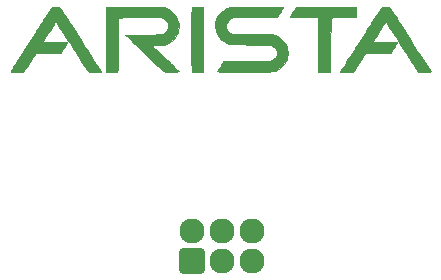
<source format=gbr>
%TF.GenerationSoftware,KiCad,Pcbnew,(6.0.7)*%
%TF.CreationDate,2022-09-05T18:23:19-05:00*%
%TF.ProjectId,Arista-TGS,41726973-7461-42d5-9447-532e6b696361,rev?*%
%TF.SameCoordinates,Original*%
%TF.FileFunction,Soldermask,Top*%
%TF.FilePolarity,Negative*%
%FSLAX46Y46*%
G04 Gerber Fmt 4.6, Leading zero omitted, Abs format (unit mm)*
G04 Created by KiCad (PCBNEW (6.0.7)) date 2022-09-05 18:23:19*
%MOMM*%
%LPD*%
G01*
G04 APERTURE LIST*
G04 Aperture macros list*
%AMRoundRect*
0 Rectangle with rounded corners*
0 $1 Rounding radius*
0 $2 $3 $4 $5 $6 $7 $8 $9 X,Y pos of 4 corners*
0 Add a 4 corners polygon primitive as box body*
4,1,4,$2,$3,$4,$5,$6,$7,$8,$9,$2,$3,0*
0 Add four circle primitives for the rounded corners*
1,1,$1+$1,$2,$3*
1,1,$1+$1,$4,$5*
1,1,$1+$1,$6,$7*
1,1,$1+$1,$8,$9*
0 Add four rect primitives between the rounded corners*
20,1,$1+$1,$2,$3,$4,$5,0*
20,1,$1+$1,$4,$5,$6,$7,0*
20,1,$1+$1,$6,$7,$8,$9,0*
20,1,$1+$1,$8,$9,$2,$3,0*%
G04 Aperture macros list end*
%ADD10C,0.010000*%
%ADD11O,2.127200X2.127200*%
%ADD12RoundRect,0.200000X-0.863600X0.863600X-0.863600X-0.863600X0.863600X-0.863600X0.863600X0.863600X0*%
%ADD13C,2.127200*%
G04 APERTURE END LIST*
%TO.C,G\u002A\u002A\u002A*%
G36*
X146154025Y-91683749D02*
G01*
X146525195Y-91684928D01*
X146856457Y-91686070D01*
X147150235Y-91687220D01*
X147408954Y-91688421D01*
X147635039Y-91689718D01*
X147830913Y-91691155D01*
X147999003Y-91692775D01*
X148141733Y-91694622D01*
X148261528Y-91696741D01*
X148360811Y-91699176D01*
X148442009Y-91701970D01*
X148507545Y-91705167D01*
X148559845Y-91708812D01*
X148601333Y-91712949D01*
X148634434Y-91717620D01*
X148661573Y-91722872D01*
X148685174Y-91728746D01*
X148688734Y-91729733D01*
X148946950Y-91822396D01*
X149179607Y-91947280D01*
X149384717Y-92102103D01*
X149560291Y-92284584D01*
X149704342Y-92492442D01*
X149814880Y-92723396D01*
X149889919Y-92975164D01*
X149917634Y-93139825D01*
X149929029Y-93400625D01*
X149900271Y-93653006D01*
X149833228Y-93893690D01*
X149729768Y-94119396D01*
X149591757Y-94326847D01*
X149421064Y-94512763D01*
X149219556Y-94673865D01*
X148989100Y-94806874D01*
X148960519Y-94820362D01*
X148826108Y-94874976D01*
X148688241Y-94914515D01*
X148537362Y-94940643D01*
X148363912Y-94955027D01*
X148163105Y-94959334D01*
X147997996Y-94960819D01*
X147872884Y-94965414D01*
X147785535Y-94973330D01*
X147733711Y-94984777D01*
X147715179Y-94999965D01*
X147715067Y-95001436D01*
X147730421Y-95022208D01*
X147776124Y-95071404D01*
X147851638Y-95148494D01*
X147956425Y-95252951D01*
X148089947Y-95384249D01*
X148251667Y-95541860D01*
X148441045Y-95725256D01*
X148657543Y-95933910D01*
X148900625Y-96167295D01*
X149069734Y-96329238D01*
X149254487Y-96506087D01*
X149410849Y-96656006D01*
X149541087Y-96781262D01*
X149647467Y-96884120D01*
X149732254Y-96966844D01*
X149797716Y-97031701D01*
X149846117Y-97080955D01*
X149879723Y-97116872D01*
X149900802Y-97141717D01*
X149911619Y-97157755D01*
X149914439Y-97167252D01*
X149912459Y-97171664D01*
X149886565Y-97177419D01*
X149825308Y-97182813D01*
X149735658Y-97187705D01*
X149624582Y-97191952D01*
X149499052Y-97195414D01*
X149366035Y-97197949D01*
X149232502Y-97199415D01*
X149105423Y-97199671D01*
X148991765Y-97198575D01*
X148898500Y-97195986D01*
X148849579Y-97193247D01*
X148640008Y-97177403D01*
X148489746Y-97037690D01*
X148441872Y-96992743D01*
X148367994Y-96922799D01*
X148270749Y-96830384D01*
X148152775Y-96718026D01*
X148016710Y-96588252D01*
X147865192Y-96443589D01*
X147700858Y-96286563D01*
X147526347Y-96119701D01*
X147344296Y-95945532D01*
X147157343Y-95766581D01*
X146968126Y-95585375D01*
X146779283Y-95404443D01*
X146593451Y-95226310D01*
X146413268Y-95053503D01*
X146241373Y-94888551D01*
X146080402Y-94733979D01*
X145932995Y-94592314D01*
X145801787Y-94466085D01*
X145689419Y-94357817D01*
X145598527Y-94270038D01*
X145531748Y-94205274D01*
X145491722Y-94166054D01*
X145482979Y-94157244D01*
X145399309Y-94070334D01*
X145969813Y-94068277D01*
X146117689Y-94067487D01*
X146299727Y-94066097D01*
X146507757Y-94064194D01*
X146733615Y-94061863D01*
X146969131Y-94059189D01*
X147206140Y-94056260D01*
X147436474Y-94053160D01*
X147513984Y-94052050D01*
X148487650Y-94037880D01*
X148591156Y-93985375D01*
X148746498Y-93884897D01*
X148869381Y-93757910D01*
X148944072Y-93636905D01*
X148977844Y-93563211D01*
X148997828Y-93500945D01*
X149007516Y-93433432D01*
X149010399Y-93343999D01*
X149010467Y-93319769D01*
X149008259Y-93220166D01*
X148999671Y-93147022D01*
X148981757Y-93084602D01*
X148955176Y-93024488D01*
X148879169Y-92907146D01*
X148773160Y-92795744D01*
X148649133Y-92701640D01*
X148566349Y-92655978D01*
X148445317Y-92599250D01*
X146632033Y-92599250D01*
X146358545Y-92599451D01*
X146097173Y-92600035D01*
X145851019Y-92600972D01*
X145623186Y-92602231D01*
X145416773Y-92603784D01*
X145234884Y-92605599D01*
X145080619Y-92607648D01*
X144957079Y-92609901D01*
X144867367Y-92612327D01*
X144814584Y-92614896D01*
X144801116Y-92616879D01*
X144798631Y-92640011D01*
X144796055Y-92702702D01*
X144793422Y-92802176D01*
X144790767Y-92935660D01*
X144788124Y-93100378D01*
X144785529Y-93293556D01*
X144783015Y-93512418D01*
X144780617Y-93754191D01*
X144778369Y-94016100D01*
X144776305Y-94295370D01*
X144774461Y-94589226D01*
X144772900Y-94888722D01*
X144771204Y-95246470D01*
X144769633Y-95564285D01*
X144768133Y-95844564D01*
X144766649Y-96089708D01*
X144765128Y-96302113D01*
X144763516Y-96484181D01*
X144761757Y-96638308D01*
X144759798Y-96766895D01*
X144757585Y-96872340D01*
X144755062Y-96957042D01*
X144752177Y-97023400D01*
X144748874Y-97073813D01*
X144745100Y-97110679D01*
X144740799Y-97136398D01*
X144735919Y-97153369D01*
X144730404Y-97163990D01*
X144724200Y-97170660D01*
X144721230Y-97172967D01*
X144698438Y-97183331D01*
X144658823Y-97191151D01*
X144597359Y-97196728D01*
X144509020Y-97200361D01*
X144388781Y-97202351D01*
X144231614Y-97202997D01*
X144218521Y-97203000D01*
X143756900Y-97203000D01*
X143756900Y-91676338D01*
X146154025Y-91683749D01*
G37*
D10*
X146154025Y-91683749D02*
X146525195Y-91684928D01*
X146856457Y-91686070D01*
X147150235Y-91687220D01*
X147408954Y-91688421D01*
X147635039Y-91689718D01*
X147830913Y-91691155D01*
X147999003Y-91692775D01*
X148141733Y-91694622D01*
X148261528Y-91696741D01*
X148360811Y-91699176D01*
X148442009Y-91701970D01*
X148507545Y-91705167D01*
X148559845Y-91708812D01*
X148601333Y-91712949D01*
X148634434Y-91717620D01*
X148661573Y-91722872D01*
X148685174Y-91728746D01*
X148688734Y-91729733D01*
X148946950Y-91822396D01*
X149179607Y-91947280D01*
X149384717Y-92102103D01*
X149560291Y-92284584D01*
X149704342Y-92492442D01*
X149814880Y-92723396D01*
X149889919Y-92975164D01*
X149917634Y-93139825D01*
X149929029Y-93400625D01*
X149900271Y-93653006D01*
X149833228Y-93893690D01*
X149729768Y-94119396D01*
X149591757Y-94326847D01*
X149421064Y-94512763D01*
X149219556Y-94673865D01*
X148989100Y-94806874D01*
X148960519Y-94820362D01*
X148826108Y-94874976D01*
X148688241Y-94914515D01*
X148537362Y-94940643D01*
X148363912Y-94955027D01*
X148163105Y-94959334D01*
X147997996Y-94960819D01*
X147872884Y-94965414D01*
X147785535Y-94973330D01*
X147733711Y-94984777D01*
X147715179Y-94999965D01*
X147715067Y-95001436D01*
X147730421Y-95022208D01*
X147776124Y-95071404D01*
X147851638Y-95148494D01*
X147956425Y-95252951D01*
X148089947Y-95384249D01*
X148251667Y-95541860D01*
X148441045Y-95725256D01*
X148657543Y-95933910D01*
X148900625Y-96167295D01*
X149069734Y-96329238D01*
X149254487Y-96506087D01*
X149410849Y-96656006D01*
X149541087Y-96781262D01*
X149647467Y-96884120D01*
X149732254Y-96966844D01*
X149797716Y-97031701D01*
X149846117Y-97080955D01*
X149879723Y-97116872D01*
X149900802Y-97141717D01*
X149911619Y-97157755D01*
X149914439Y-97167252D01*
X149912459Y-97171664D01*
X149886565Y-97177419D01*
X149825308Y-97182813D01*
X149735658Y-97187705D01*
X149624582Y-97191952D01*
X149499052Y-97195414D01*
X149366035Y-97197949D01*
X149232502Y-97199415D01*
X149105423Y-97199671D01*
X148991765Y-97198575D01*
X148898500Y-97195986D01*
X148849579Y-97193247D01*
X148640008Y-97177403D01*
X148489746Y-97037690D01*
X148441872Y-96992743D01*
X148367994Y-96922799D01*
X148270749Y-96830384D01*
X148152775Y-96718026D01*
X148016710Y-96588252D01*
X147865192Y-96443589D01*
X147700858Y-96286563D01*
X147526347Y-96119701D01*
X147344296Y-95945532D01*
X147157343Y-95766581D01*
X146968126Y-95585375D01*
X146779283Y-95404443D01*
X146593451Y-95226310D01*
X146413268Y-95053503D01*
X146241373Y-94888551D01*
X146080402Y-94733979D01*
X145932995Y-94592314D01*
X145801787Y-94466085D01*
X145689419Y-94357817D01*
X145598527Y-94270038D01*
X145531748Y-94205274D01*
X145491722Y-94166054D01*
X145482979Y-94157244D01*
X145399309Y-94070334D01*
X145969813Y-94068277D01*
X146117689Y-94067487D01*
X146299727Y-94066097D01*
X146507757Y-94064194D01*
X146733615Y-94061863D01*
X146969131Y-94059189D01*
X147206140Y-94056260D01*
X147436474Y-94053160D01*
X147513984Y-94052050D01*
X148487650Y-94037880D01*
X148591156Y-93985375D01*
X148746498Y-93884897D01*
X148869381Y-93757910D01*
X148944072Y-93636905D01*
X148977844Y-93563211D01*
X148997828Y-93500945D01*
X149007516Y-93433432D01*
X149010399Y-93343999D01*
X149010467Y-93319769D01*
X149008259Y-93220166D01*
X148999671Y-93147022D01*
X148981757Y-93084602D01*
X148955176Y-93024488D01*
X148879169Y-92907146D01*
X148773160Y-92795744D01*
X148649133Y-92701640D01*
X148566349Y-92655978D01*
X148445317Y-92599250D01*
X146632033Y-92599250D01*
X146358545Y-92599451D01*
X146097173Y-92600035D01*
X145851019Y-92600972D01*
X145623186Y-92602231D01*
X145416773Y-92603784D01*
X145234884Y-92605599D01*
X145080619Y-92607648D01*
X144957079Y-92609901D01*
X144867367Y-92612327D01*
X144814584Y-92614896D01*
X144801116Y-92616879D01*
X144798631Y-92640011D01*
X144796055Y-92702702D01*
X144793422Y-92802176D01*
X144790767Y-92935660D01*
X144788124Y-93100378D01*
X144785529Y-93293556D01*
X144783015Y-93512418D01*
X144780617Y-93754191D01*
X144778369Y-94016100D01*
X144776305Y-94295370D01*
X144774461Y-94589226D01*
X144772900Y-94888722D01*
X144771204Y-95246470D01*
X144769633Y-95564285D01*
X144768133Y-95844564D01*
X144766649Y-96089708D01*
X144765128Y-96302113D01*
X144763516Y-96484181D01*
X144761757Y-96638308D01*
X144759798Y-96766895D01*
X144757585Y-96872340D01*
X144755062Y-96957042D01*
X144752177Y-97023400D01*
X144748874Y-97073813D01*
X144745100Y-97110679D01*
X144740799Y-97136398D01*
X144735919Y-97153369D01*
X144730404Y-97163990D01*
X144724200Y-97170660D01*
X144721230Y-97172967D01*
X144698438Y-97183331D01*
X144658823Y-97191151D01*
X144597359Y-97196728D01*
X144509020Y-97200361D01*
X144388781Y-97202351D01*
X144231614Y-97202997D01*
X144218521Y-97203000D01*
X143756900Y-97203000D01*
X143756900Y-91676338D01*
X146154025Y-91683749D01*
G36*
X164934150Y-91689084D02*
G01*
X164939879Y-92104170D01*
X164941493Y-92249091D01*
X164941529Y-92357450D01*
X164939615Y-92435005D01*
X164935381Y-92487511D01*
X164928456Y-92520723D01*
X164918469Y-92540397D01*
X164911288Y-92547741D01*
X164895093Y-92554616D01*
X164862150Y-92560620D01*
X164809347Y-92565873D01*
X164733575Y-92570496D01*
X164631721Y-92574609D01*
X164500677Y-92578332D01*
X164337331Y-92581786D01*
X164138572Y-92585091D01*
X163901290Y-92588368D01*
X163842322Y-92589113D01*
X163637083Y-92591893D01*
X163444919Y-92594926D01*
X163269944Y-92598118D01*
X163116271Y-92601372D01*
X162988011Y-92604594D01*
X162889277Y-92607688D01*
X162824182Y-92610558D01*
X162796838Y-92613110D01*
X162796303Y-92613375D01*
X162794651Y-92635639D01*
X162792822Y-92697492D01*
X162790847Y-92796192D01*
X162788755Y-92928995D01*
X162786577Y-93093160D01*
X162784341Y-93285942D01*
X162782079Y-93504599D01*
X162779819Y-93746388D01*
X162777592Y-94008565D01*
X162775427Y-94288389D01*
X162773355Y-94583115D01*
X162771405Y-94890001D01*
X162771262Y-94913875D01*
X162757595Y-97203000D01*
X161748567Y-97203000D01*
X161748502Y-95260959D01*
X161748339Y-94968208D01*
X161747883Y-94680717D01*
X161747158Y-94402231D01*
X161746186Y-94136497D01*
X161744990Y-93887264D01*
X161743591Y-93658277D01*
X161742014Y-93453283D01*
X161740280Y-93276031D01*
X161738412Y-93130266D01*
X161736433Y-93019736D01*
X161734587Y-92953792D01*
X161720737Y-92588667D01*
X160517569Y-92588667D01*
X160256360Y-92588530D01*
X160034494Y-92588072D01*
X159848982Y-92587220D01*
X159696833Y-92585901D01*
X159575058Y-92584045D01*
X159480667Y-92581578D01*
X159410670Y-92578428D01*
X159362078Y-92574524D01*
X159331901Y-92569792D01*
X159317150Y-92564161D01*
X159314400Y-92559604D01*
X159325871Y-92532635D01*
X159357529Y-92477235D01*
X159405241Y-92399625D01*
X159464873Y-92306025D01*
X159532291Y-92202655D01*
X159603363Y-92095734D01*
X159673954Y-91991483D01*
X159739932Y-91896122D01*
X159797163Y-91815869D01*
X159841514Y-91756947D01*
X159868336Y-91726038D01*
X159920564Y-91678326D01*
X164934150Y-91689084D01*
G37*
X164934150Y-91689084D02*
X164939879Y-92104170D01*
X164941493Y-92249091D01*
X164941529Y-92357450D01*
X164939615Y-92435005D01*
X164935381Y-92487511D01*
X164928456Y-92520723D01*
X164918469Y-92540397D01*
X164911288Y-92547741D01*
X164895093Y-92554616D01*
X164862150Y-92560620D01*
X164809347Y-92565873D01*
X164733575Y-92570496D01*
X164631721Y-92574609D01*
X164500677Y-92578332D01*
X164337331Y-92581786D01*
X164138572Y-92585091D01*
X163901290Y-92588368D01*
X163842322Y-92589113D01*
X163637083Y-92591893D01*
X163444919Y-92594926D01*
X163269944Y-92598118D01*
X163116271Y-92601372D01*
X162988011Y-92604594D01*
X162889277Y-92607688D01*
X162824182Y-92610558D01*
X162796838Y-92613110D01*
X162796303Y-92613375D01*
X162794651Y-92635639D01*
X162792822Y-92697492D01*
X162790847Y-92796192D01*
X162788755Y-92928995D01*
X162786577Y-93093160D01*
X162784341Y-93285942D01*
X162782079Y-93504599D01*
X162779819Y-93746388D01*
X162777592Y-94008565D01*
X162775427Y-94288389D01*
X162773355Y-94583115D01*
X162771405Y-94890001D01*
X162771262Y-94913875D01*
X162757595Y-97203000D01*
X161748567Y-97203000D01*
X161748502Y-95260959D01*
X161748339Y-94968208D01*
X161747883Y-94680717D01*
X161747158Y-94402231D01*
X161746186Y-94136497D01*
X161744990Y-93887264D01*
X161743591Y-93658277D01*
X161742014Y-93453283D01*
X161740280Y-93276031D01*
X161738412Y-93130266D01*
X161736433Y-93019736D01*
X161734587Y-92953792D01*
X161720737Y-92588667D01*
X160517569Y-92588667D01*
X160256360Y-92588530D01*
X160034494Y-92588072D01*
X159848982Y-92587220D01*
X159696833Y-92585901D01*
X159575058Y-92584045D01*
X159480667Y-92581578D01*
X159410670Y-92578428D01*
X159362078Y-92574524D01*
X159331901Y-92569792D01*
X159317150Y-92564161D01*
X159314400Y-92559604D01*
X159325871Y-92532635D01*
X159357529Y-92477235D01*
X159405241Y-92399625D01*
X159464873Y-92306025D01*
X159532291Y-92202655D01*
X159603363Y-92095734D01*
X159673954Y-91991483D01*
X159739932Y-91896122D01*
X159797163Y-91815869D01*
X159841514Y-91756947D01*
X159868336Y-91726038D01*
X159920564Y-91678326D01*
X164934150Y-91689084D01*
G36*
X157390318Y-91679322D02*
G01*
X157629264Y-91679589D01*
X157854280Y-91680123D01*
X158061776Y-91680930D01*
X158248158Y-91682018D01*
X158409835Y-91683393D01*
X158543214Y-91685062D01*
X158644702Y-91687033D01*
X158710708Y-91689312D01*
X158736877Y-91691650D01*
X158783770Y-91704222D01*
X158742376Y-91785361D01*
X158716034Y-91832416D01*
X158671639Y-91906927D01*
X158614227Y-92000868D01*
X158548837Y-92106213D01*
X158480503Y-92214935D01*
X158414264Y-92319010D01*
X158355155Y-92410410D01*
X158308213Y-92481110D01*
X158284236Y-92515428D01*
X158238321Y-92578084D01*
X154498067Y-92599250D01*
X154358347Y-92668040D01*
X154205248Y-92766036D01*
X154079803Y-92893974D01*
X153986780Y-93046985D01*
X153986499Y-93047599D01*
X153958039Y-93116528D01*
X153943257Y-93176851D01*
X153939367Y-93246255D01*
X153942596Y-93326473D01*
X153972707Y-93497056D01*
X154039576Y-93651076D01*
X154139897Y-93783500D01*
X154270364Y-93889293D01*
X154336109Y-93925931D01*
X154435484Y-93974675D01*
X156107650Y-93988745D01*
X156419481Y-93991412D01*
X156692083Y-93993922D01*
X156928562Y-93996435D01*
X157132022Y-93999110D01*
X157305566Y-94002108D01*
X157452300Y-94005586D01*
X157575327Y-94009706D01*
X157677752Y-94014625D01*
X157762679Y-94020504D01*
X157833213Y-94027501D01*
X157892456Y-94035777D01*
X157943515Y-94045491D01*
X157989493Y-94056801D01*
X158033494Y-94069868D01*
X158078623Y-94084851D01*
X158096022Y-94090840D01*
X158318966Y-94189606D01*
X158524239Y-94323385D01*
X158707543Y-94487330D01*
X158864578Y-94676594D01*
X158991045Y-94886330D01*
X159082643Y-95111690D01*
X159116861Y-95241755D01*
X159134793Y-95367162D01*
X159142452Y-95515901D01*
X159140382Y-95674918D01*
X159129127Y-95831164D01*
X159109229Y-95971586D01*
X159081903Y-96081167D01*
X158977245Y-96328442D01*
X158840393Y-96548433D01*
X158672348Y-96740129D01*
X158474111Y-96902518D01*
X158246683Y-97034588D01*
X158062813Y-97111269D01*
X158002351Y-97131451D01*
X157944313Y-97146757D01*
X157880449Y-97158252D01*
X157802511Y-97167002D01*
X157702247Y-97174071D01*
X157571410Y-97180525D01*
X157504650Y-97183338D01*
X157426231Y-97185607D01*
X157309642Y-97187676D01*
X157159044Y-97189541D01*
X156978601Y-97191197D01*
X156772474Y-97192641D01*
X156544825Y-97193868D01*
X156299818Y-97194875D01*
X156041614Y-97195658D01*
X155774376Y-97196212D01*
X155502266Y-97196535D01*
X155229446Y-97196621D01*
X154960079Y-97196466D01*
X154698327Y-97196068D01*
X154448353Y-97195422D01*
X154214318Y-97194523D01*
X154000385Y-97193369D01*
X153810716Y-97191954D01*
X153649474Y-97190276D01*
X153520821Y-97188330D01*
X153467109Y-97187184D01*
X153339656Y-97182360D01*
X153253267Y-97175069D01*
X153206736Y-97165176D01*
X153197234Y-97156543D01*
X153208001Y-97131333D01*
X153237688Y-97076860D01*
X153282372Y-96999503D01*
X153338129Y-96905641D01*
X153401038Y-96801653D01*
X153467175Y-96693917D01*
X153532617Y-96588813D01*
X153593442Y-96492720D01*
X153645727Y-96412016D01*
X153685548Y-96353080D01*
X153708984Y-96322292D01*
X153711858Y-96319717D01*
X153736223Y-96317252D01*
X153799941Y-96314677D01*
X153900030Y-96312033D01*
X154033512Y-96309360D01*
X154197405Y-96306697D01*
X154388729Y-96304085D01*
X154604503Y-96301563D01*
X154841747Y-96299172D01*
X155097481Y-96296952D01*
X155368723Y-96294941D01*
X155652495Y-96293182D01*
X155716067Y-96292834D01*
X157695150Y-96282250D01*
X157812533Y-96227193D01*
X157948506Y-96148998D01*
X158053791Y-96052905D01*
X158139350Y-95928597D01*
X158149537Y-95909937D01*
X158208294Y-95758438D01*
X158229034Y-95602977D01*
X158214310Y-95449602D01*
X158166679Y-95304362D01*
X158088695Y-95173304D01*
X157982911Y-95062477D01*
X157851885Y-94977930D01*
X157737809Y-94935192D01*
X157697848Y-94930113D01*
X157616229Y-94925164D01*
X157493630Y-94920359D01*
X157330726Y-94915714D01*
X157128193Y-94911245D01*
X156886708Y-94906966D01*
X156606946Y-94902893D01*
X156289584Y-94899041D01*
X156012400Y-94896161D01*
X155709472Y-94893185D01*
X155445803Y-94890473D01*
X155218321Y-94887922D01*
X155023955Y-94885428D01*
X154859633Y-94882886D01*
X154722281Y-94880192D01*
X154608829Y-94877243D01*
X154516204Y-94873935D01*
X154441334Y-94870163D01*
X154381147Y-94865823D01*
X154332570Y-94860812D01*
X154292533Y-94855026D01*
X154257962Y-94848360D01*
X154225785Y-94840711D01*
X154203878Y-94834941D01*
X153956280Y-94747610D01*
X153732659Y-94627066D01*
X153535322Y-94476309D01*
X153366574Y-94298334D01*
X153228720Y-94096142D01*
X153124066Y-93872730D01*
X153054916Y-93631096D01*
X153023576Y-93374238D01*
X153021889Y-93297750D01*
X153041469Y-93036000D01*
X153100272Y-92790127D01*
X153198389Y-92559907D01*
X153335914Y-92345118D01*
X153493567Y-92164707D01*
X153663044Y-92014934D01*
X153843760Y-91896781D01*
X154041681Y-91807728D01*
X154262770Y-91745256D01*
X154512991Y-91706843D01*
X154594234Y-91699664D01*
X154650993Y-91696931D01*
X154744115Y-91694367D01*
X154870008Y-91691979D01*
X155025080Y-91689774D01*
X155205738Y-91687759D01*
X155408390Y-91685941D01*
X155629444Y-91684327D01*
X155865307Y-91682924D01*
X156112388Y-91681738D01*
X156367093Y-91680778D01*
X156625831Y-91680049D01*
X156885009Y-91679558D01*
X157141036Y-91679314D01*
X157390318Y-91679322D01*
G37*
X157390318Y-91679322D02*
X157629264Y-91679589D01*
X157854280Y-91680123D01*
X158061776Y-91680930D01*
X158248158Y-91682018D01*
X158409835Y-91683393D01*
X158543214Y-91685062D01*
X158644702Y-91687033D01*
X158710708Y-91689312D01*
X158736877Y-91691650D01*
X158783770Y-91704222D01*
X158742376Y-91785361D01*
X158716034Y-91832416D01*
X158671639Y-91906927D01*
X158614227Y-92000868D01*
X158548837Y-92106213D01*
X158480503Y-92214935D01*
X158414264Y-92319010D01*
X158355155Y-92410410D01*
X158308213Y-92481110D01*
X158284236Y-92515428D01*
X158238321Y-92578084D01*
X154498067Y-92599250D01*
X154358347Y-92668040D01*
X154205248Y-92766036D01*
X154079803Y-92893974D01*
X153986780Y-93046985D01*
X153986499Y-93047599D01*
X153958039Y-93116528D01*
X153943257Y-93176851D01*
X153939367Y-93246255D01*
X153942596Y-93326473D01*
X153972707Y-93497056D01*
X154039576Y-93651076D01*
X154139897Y-93783500D01*
X154270364Y-93889293D01*
X154336109Y-93925931D01*
X154435484Y-93974675D01*
X156107650Y-93988745D01*
X156419481Y-93991412D01*
X156692083Y-93993922D01*
X156928562Y-93996435D01*
X157132022Y-93999110D01*
X157305566Y-94002108D01*
X157452300Y-94005586D01*
X157575327Y-94009706D01*
X157677752Y-94014625D01*
X157762679Y-94020504D01*
X157833213Y-94027501D01*
X157892456Y-94035777D01*
X157943515Y-94045491D01*
X157989493Y-94056801D01*
X158033494Y-94069868D01*
X158078623Y-94084851D01*
X158096022Y-94090840D01*
X158318966Y-94189606D01*
X158524239Y-94323385D01*
X158707543Y-94487330D01*
X158864578Y-94676594D01*
X158991045Y-94886330D01*
X159082643Y-95111690D01*
X159116861Y-95241755D01*
X159134793Y-95367162D01*
X159142452Y-95515901D01*
X159140382Y-95674918D01*
X159129127Y-95831164D01*
X159109229Y-95971586D01*
X159081903Y-96081167D01*
X158977245Y-96328442D01*
X158840393Y-96548433D01*
X158672348Y-96740129D01*
X158474111Y-96902518D01*
X158246683Y-97034588D01*
X158062813Y-97111269D01*
X158002351Y-97131451D01*
X157944313Y-97146757D01*
X157880449Y-97158252D01*
X157802511Y-97167002D01*
X157702247Y-97174071D01*
X157571410Y-97180525D01*
X157504650Y-97183338D01*
X157426231Y-97185607D01*
X157309642Y-97187676D01*
X157159044Y-97189541D01*
X156978601Y-97191197D01*
X156772474Y-97192641D01*
X156544825Y-97193868D01*
X156299818Y-97194875D01*
X156041614Y-97195658D01*
X155774376Y-97196212D01*
X155502266Y-97196535D01*
X155229446Y-97196621D01*
X154960079Y-97196466D01*
X154698327Y-97196068D01*
X154448353Y-97195422D01*
X154214318Y-97194523D01*
X154000385Y-97193369D01*
X153810716Y-97191954D01*
X153649474Y-97190276D01*
X153520821Y-97188330D01*
X153467109Y-97187184D01*
X153339656Y-97182360D01*
X153253267Y-97175069D01*
X153206736Y-97165176D01*
X153197234Y-97156543D01*
X153208001Y-97131333D01*
X153237688Y-97076860D01*
X153282372Y-96999503D01*
X153338129Y-96905641D01*
X153401038Y-96801653D01*
X153467175Y-96693917D01*
X153532617Y-96588813D01*
X153593442Y-96492720D01*
X153645727Y-96412016D01*
X153685548Y-96353080D01*
X153708984Y-96322292D01*
X153711858Y-96319717D01*
X153736223Y-96317252D01*
X153799941Y-96314677D01*
X153900030Y-96312033D01*
X154033512Y-96309360D01*
X154197405Y-96306697D01*
X154388729Y-96304085D01*
X154604503Y-96301563D01*
X154841747Y-96299172D01*
X155097481Y-96296952D01*
X155368723Y-96294941D01*
X155652495Y-96293182D01*
X155716067Y-96292834D01*
X157695150Y-96282250D01*
X157812533Y-96227193D01*
X157948506Y-96148998D01*
X158053791Y-96052905D01*
X158139350Y-95928597D01*
X158149537Y-95909937D01*
X158208294Y-95758438D01*
X158229034Y-95602977D01*
X158214310Y-95449602D01*
X158166679Y-95304362D01*
X158088695Y-95173304D01*
X157982911Y-95062477D01*
X157851885Y-94977930D01*
X157737809Y-94935192D01*
X157697848Y-94930113D01*
X157616229Y-94925164D01*
X157493630Y-94920359D01*
X157330726Y-94915714D01*
X157128193Y-94911245D01*
X156886708Y-94906966D01*
X156606946Y-94902893D01*
X156289584Y-94899041D01*
X156012400Y-94896161D01*
X155709472Y-94893185D01*
X155445803Y-94890473D01*
X155218321Y-94887922D01*
X155023955Y-94885428D01*
X154859633Y-94882886D01*
X154722281Y-94880192D01*
X154608829Y-94877243D01*
X154516204Y-94873935D01*
X154441334Y-94870163D01*
X154381147Y-94865823D01*
X154332570Y-94860812D01*
X154292533Y-94855026D01*
X154257962Y-94848360D01*
X154225785Y-94840711D01*
X154203878Y-94834941D01*
X153956280Y-94747610D01*
X153732659Y-94627066D01*
X153535322Y-94476309D01*
X153366574Y-94298334D01*
X153228720Y-94096142D01*
X153124066Y-93872730D01*
X153054916Y-93631096D01*
X153023576Y-93374238D01*
X153021889Y-93297750D01*
X153041469Y-93036000D01*
X153100272Y-92790127D01*
X153198389Y-92559907D01*
X153335914Y-92345118D01*
X153493567Y-92164707D01*
X153663044Y-92014934D01*
X153843760Y-91896781D01*
X154041681Y-91807728D01*
X154262770Y-91745256D01*
X154512991Y-91706843D01*
X154594234Y-91699664D01*
X154650993Y-91696931D01*
X154744115Y-91694367D01*
X154870008Y-91691979D01*
X155025080Y-91689774D01*
X155205738Y-91687759D01*
X155408390Y-91685941D01*
X155629444Y-91684327D01*
X155865307Y-91682924D01*
X156112388Y-91681738D01*
X156367093Y-91680778D01*
X156625831Y-91680049D01*
X156885009Y-91679558D01*
X157141036Y-91679314D01*
X157390318Y-91679322D01*
G36*
X151994456Y-91805500D02*
G01*
X151996263Y-91838359D01*
X151998029Y-91910897D01*
X151999738Y-92020458D01*
X152001376Y-92164388D01*
X152002925Y-92340032D01*
X152004373Y-92544736D01*
X152005702Y-92775844D01*
X152006898Y-93030701D01*
X152007945Y-93306654D01*
X152008829Y-93601046D01*
X152009532Y-93911224D01*
X152010042Y-94234532D01*
X152010331Y-94551875D01*
X152011900Y-97203000D01*
X151538242Y-97203000D01*
X151382420Y-97202676D01*
X151263567Y-97201456D01*
X151176325Y-97198967D01*
X151115333Y-97194835D01*
X151075230Y-97188687D01*
X151050657Y-97180150D01*
X151036254Y-97168851D01*
X151035534Y-97168001D01*
X151030885Y-97156677D01*
X151026709Y-97133049D01*
X151022974Y-97094943D01*
X151019647Y-97040184D01*
X151016699Y-96966599D01*
X151014097Y-96872013D01*
X151011810Y-96754252D01*
X151009807Y-96611142D01*
X151008056Y-96440508D01*
X151006526Y-96240177D01*
X151005186Y-96007974D01*
X151004005Y-95741724D01*
X151002950Y-95439254D01*
X151001991Y-95098390D01*
X151001262Y-94792043D01*
X151000701Y-94472176D01*
X151000445Y-94158411D01*
X151000481Y-93854039D01*
X151000797Y-93562355D01*
X151001379Y-93286650D01*
X151002216Y-93030219D01*
X151003292Y-92796354D01*
X151004597Y-92588349D01*
X151006117Y-92409496D01*
X151007840Y-92263090D01*
X151009752Y-92152422D01*
X151011840Y-92080786D01*
X151011845Y-92080667D01*
X151027650Y-91710250D01*
X151980150Y-91710250D01*
X151994456Y-91805500D01*
G37*
X151994456Y-91805500D02*
X151996263Y-91838359D01*
X151998029Y-91910897D01*
X151999738Y-92020458D01*
X152001376Y-92164388D01*
X152002925Y-92340032D01*
X152004373Y-92544736D01*
X152005702Y-92775844D01*
X152006898Y-93030701D01*
X152007945Y-93306654D01*
X152008829Y-93601046D01*
X152009532Y-93911224D01*
X152010042Y-94234532D01*
X152010331Y-94551875D01*
X152011900Y-97203000D01*
X151538242Y-97203000D01*
X151382420Y-97202676D01*
X151263567Y-97201456D01*
X151176325Y-97198967D01*
X151115333Y-97194835D01*
X151075230Y-97188687D01*
X151050657Y-97180150D01*
X151036254Y-97168851D01*
X151035534Y-97168001D01*
X151030885Y-97156677D01*
X151026709Y-97133049D01*
X151022974Y-97094943D01*
X151019647Y-97040184D01*
X151016699Y-96966599D01*
X151014097Y-96872013D01*
X151011810Y-96754252D01*
X151009807Y-96611142D01*
X151008056Y-96440508D01*
X151006526Y-96240177D01*
X151005186Y-96007974D01*
X151004005Y-95741724D01*
X151002950Y-95439254D01*
X151001991Y-95098390D01*
X151001262Y-94792043D01*
X151000701Y-94472176D01*
X151000445Y-94158411D01*
X151000481Y-93854039D01*
X151000797Y-93562355D01*
X151001379Y-93286650D01*
X151002216Y-93030219D01*
X151003292Y-92796354D01*
X151004597Y-92588349D01*
X151006117Y-92409496D01*
X151007840Y-92263090D01*
X151009752Y-92152422D01*
X151011840Y-92080786D01*
X151011845Y-92080667D01*
X151027650Y-91710250D01*
X151980150Y-91710250D01*
X151994456Y-91805500D01*
G36*
X167570357Y-91696667D02*
G01*
X167709421Y-91751807D01*
X167837718Y-91847874D01*
X167863455Y-91873433D01*
X167878862Y-91892027D01*
X167903746Y-91925883D01*
X167938786Y-91976052D01*
X167984660Y-92043589D01*
X168042046Y-92129547D01*
X168111624Y-92234978D01*
X168194070Y-92360936D01*
X168290065Y-92508474D01*
X168400285Y-92678645D01*
X168525410Y-92872503D01*
X168666118Y-93091101D01*
X168823087Y-93335492D01*
X168996995Y-93606728D01*
X169188522Y-93905864D01*
X169398345Y-94233953D01*
X169627142Y-94592047D01*
X169875593Y-94981200D01*
X170144375Y-95402465D01*
X170434168Y-95856895D01*
X170745648Y-96345544D01*
X170894157Y-96578584D01*
X171271815Y-97171250D01*
X171162751Y-97187542D01*
X171107859Y-97192285D01*
X171019161Y-97195901D01*
X170905171Y-97198224D01*
X170774405Y-97199090D01*
X170635379Y-97198333D01*
X170618585Y-97198125D01*
X170183484Y-97192417D01*
X170007963Y-96927834D01*
X169971662Y-96872384D01*
X169914489Y-96784081D01*
X169838282Y-96665799D01*
X169744882Y-96520410D01*
X169636126Y-96350788D01*
X169513853Y-96159805D01*
X169379902Y-95950334D01*
X169236113Y-95725249D01*
X169084323Y-95487423D01*
X168926373Y-95239728D01*
X168764099Y-94985037D01*
X168687084Y-94864084D01*
X168526836Y-94612416D01*
X168372444Y-94370049D01*
X168225496Y-94139473D01*
X168087581Y-93923172D01*
X167960286Y-93723637D01*
X167845199Y-93543353D01*
X167743910Y-93384809D01*
X167658007Y-93250492D01*
X167589078Y-93142890D01*
X167538711Y-93064490D01*
X167508494Y-93017780D01*
X167500580Y-93005831D01*
X167469379Y-92967820D01*
X167445209Y-92961978D01*
X167425839Y-92974081D01*
X167406908Y-92997593D01*
X167368309Y-93051987D01*
X167312829Y-93132989D01*
X167243254Y-93236324D01*
X167162370Y-93357720D01*
X167072964Y-93492903D01*
X166977822Y-93637598D01*
X166879730Y-93787533D01*
X166781474Y-93938433D01*
X166685841Y-94086024D01*
X166595616Y-94226033D01*
X166513587Y-94354187D01*
X166442539Y-94466211D01*
X166385258Y-94557831D01*
X166344532Y-94624774D01*
X166323145Y-94662766D01*
X166320567Y-94669427D01*
X166341055Y-94671473D01*
X166399815Y-94673981D01*
X166492789Y-94676856D01*
X166615917Y-94680003D01*
X166765143Y-94683324D01*
X166936408Y-94686726D01*
X167125653Y-94690112D01*
X167328821Y-94693387D01*
X167352442Y-94693745D01*
X167557247Y-94696980D01*
X167748850Y-94700292D01*
X167923153Y-94703590D01*
X168076055Y-94706784D01*
X168203459Y-94709782D01*
X168301266Y-94712493D01*
X168365375Y-94714826D01*
X168391689Y-94716690D01*
X168392094Y-94716856D01*
X168386967Y-94739213D01*
X168362472Y-94790949D01*
X168322304Y-94865945D01*
X168270160Y-94958083D01*
X168209735Y-95061242D01*
X168144726Y-95169303D01*
X168078828Y-95276148D01*
X168015738Y-95375658D01*
X167959152Y-95461713D01*
X167912765Y-95528194D01*
X167880274Y-95568982D01*
X167873371Y-95575645D01*
X167857929Y-95582624D01*
X167827477Y-95588668D01*
X167778794Y-95593902D01*
X167708663Y-95598448D01*
X167613865Y-95602429D01*
X167491180Y-95605967D01*
X167337389Y-95609185D01*
X167149274Y-95612205D01*
X166923616Y-95615151D01*
X166798896Y-95616598D01*
X166592129Y-95619252D01*
X166397566Y-95622385D01*
X166219443Y-95625883D01*
X166061999Y-95629634D01*
X165929472Y-95633525D01*
X165826099Y-95637443D01*
X165756120Y-95641275D01*
X165723771Y-95644907D01*
X165722698Y-95645287D01*
X165703517Y-95666415D01*
X165664489Y-95719460D01*
X165608263Y-95800478D01*
X165537487Y-95905525D01*
X165454812Y-96030657D01*
X165362886Y-96171930D01*
X165264358Y-96325400D01*
X165235884Y-96370119D01*
X165135257Y-96528089D01*
X165040164Y-96676680D01*
X164953346Y-96811665D01*
X164877539Y-96928814D01*
X164815484Y-97023901D01*
X164769918Y-97092695D01*
X164743581Y-97130968D01*
X164740395Y-97135180D01*
X164694766Y-97192417D01*
X164153000Y-97199821D01*
X163967596Y-97201650D01*
X163822789Y-97201468D01*
X163716887Y-97199225D01*
X163648198Y-97194875D01*
X163615032Y-97188370D01*
X163611234Y-97184487D01*
X163622380Y-97163976D01*
X163654858Y-97110065D01*
X163707230Y-97025042D01*
X163778055Y-96911193D01*
X163865894Y-96770806D01*
X163969308Y-96606168D01*
X164086857Y-96419566D01*
X164217101Y-96213288D01*
X164358602Y-95989620D01*
X164509920Y-95750850D01*
X164669615Y-95499264D01*
X164836248Y-95237151D01*
X164888101Y-95155666D01*
X165065425Y-94877059D01*
X165242324Y-94599094D01*
X165416754Y-94324984D01*
X165586669Y-94057944D01*
X165750027Y-93801187D01*
X165904782Y-93557926D01*
X166048890Y-93331376D01*
X166180307Y-93124749D01*
X166296989Y-92941259D01*
X166396892Y-92784120D01*
X166477971Y-92656546D01*
X166533809Y-92568636D01*
X166659269Y-92372613D01*
X166766139Y-92209776D01*
X166857243Y-92076789D01*
X166935402Y-91970318D01*
X167003437Y-91887030D01*
X167064171Y-91823588D01*
X167120424Y-91776660D01*
X167175020Y-91742910D01*
X167230779Y-91719004D01*
X167260896Y-91709434D01*
X167420768Y-91682521D01*
X167570357Y-91696667D01*
G37*
X167570357Y-91696667D02*
X167709421Y-91751807D01*
X167837718Y-91847874D01*
X167863455Y-91873433D01*
X167878862Y-91892027D01*
X167903746Y-91925883D01*
X167938786Y-91976052D01*
X167984660Y-92043589D01*
X168042046Y-92129547D01*
X168111624Y-92234978D01*
X168194070Y-92360936D01*
X168290065Y-92508474D01*
X168400285Y-92678645D01*
X168525410Y-92872503D01*
X168666118Y-93091101D01*
X168823087Y-93335492D01*
X168996995Y-93606728D01*
X169188522Y-93905864D01*
X169398345Y-94233953D01*
X169627142Y-94592047D01*
X169875593Y-94981200D01*
X170144375Y-95402465D01*
X170434168Y-95856895D01*
X170745648Y-96345544D01*
X170894157Y-96578584D01*
X171271815Y-97171250D01*
X171162751Y-97187542D01*
X171107859Y-97192285D01*
X171019161Y-97195901D01*
X170905171Y-97198224D01*
X170774405Y-97199090D01*
X170635379Y-97198333D01*
X170618585Y-97198125D01*
X170183484Y-97192417D01*
X170007963Y-96927834D01*
X169971662Y-96872384D01*
X169914489Y-96784081D01*
X169838282Y-96665799D01*
X169744882Y-96520410D01*
X169636126Y-96350788D01*
X169513853Y-96159805D01*
X169379902Y-95950334D01*
X169236113Y-95725249D01*
X169084323Y-95487423D01*
X168926373Y-95239728D01*
X168764099Y-94985037D01*
X168687084Y-94864084D01*
X168526836Y-94612416D01*
X168372444Y-94370049D01*
X168225496Y-94139473D01*
X168087581Y-93923172D01*
X167960286Y-93723637D01*
X167845199Y-93543353D01*
X167743910Y-93384809D01*
X167658007Y-93250492D01*
X167589078Y-93142890D01*
X167538711Y-93064490D01*
X167508494Y-93017780D01*
X167500580Y-93005831D01*
X167469379Y-92967820D01*
X167445209Y-92961978D01*
X167425839Y-92974081D01*
X167406908Y-92997593D01*
X167368309Y-93051987D01*
X167312829Y-93132989D01*
X167243254Y-93236324D01*
X167162370Y-93357720D01*
X167072964Y-93492903D01*
X166977822Y-93637598D01*
X166879730Y-93787533D01*
X166781474Y-93938433D01*
X166685841Y-94086024D01*
X166595616Y-94226033D01*
X166513587Y-94354187D01*
X166442539Y-94466211D01*
X166385258Y-94557831D01*
X166344532Y-94624774D01*
X166323145Y-94662766D01*
X166320567Y-94669427D01*
X166341055Y-94671473D01*
X166399815Y-94673981D01*
X166492789Y-94676856D01*
X166615917Y-94680003D01*
X166765143Y-94683324D01*
X166936408Y-94686726D01*
X167125653Y-94690112D01*
X167328821Y-94693387D01*
X167352442Y-94693745D01*
X167557247Y-94696980D01*
X167748850Y-94700292D01*
X167923153Y-94703590D01*
X168076055Y-94706784D01*
X168203459Y-94709782D01*
X168301266Y-94712493D01*
X168365375Y-94714826D01*
X168391689Y-94716690D01*
X168392094Y-94716856D01*
X168386967Y-94739213D01*
X168362472Y-94790949D01*
X168322304Y-94865945D01*
X168270160Y-94958083D01*
X168209735Y-95061242D01*
X168144726Y-95169303D01*
X168078828Y-95276148D01*
X168015738Y-95375658D01*
X167959152Y-95461713D01*
X167912765Y-95528194D01*
X167880274Y-95568982D01*
X167873371Y-95575645D01*
X167857929Y-95582624D01*
X167827477Y-95588668D01*
X167778794Y-95593902D01*
X167708663Y-95598448D01*
X167613865Y-95602429D01*
X167491180Y-95605967D01*
X167337389Y-95609185D01*
X167149274Y-95612205D01*
X166923616Y-95615151D01*
X166798896Y-95616598D01*
X166592129Y-95619252D01*
X166397566Y-95622385D01*
X166219443Y-95625883D01*
X166061999Y-95629634D01*
X165929472Y-95633525D01*
X165826099Y-95637443D01*
X165756120Y-95641275D01*
X165723771Y-95644907D01*
X165722698Y-95645287D01*
X165703517Y-95666415D01*
X165664489Y-95719460D01*
X165608263Y-95800478D01*
X165537487Y-95905525D01*
X165454812Y-96030657D01*
X165362886Y-96171930D01*
X165264358Y-96325400D01*
X165235884Y-96370119D01*
X165135257Y-96528089D01*
X165040164Y-96676680D01*
X164953346Y-96811665D01*
X164877539Y-96928814D01*
X164815484Y-97023901D01*
X164769918Y-97092695D01*
X164743581Y-97130968D01*
X164740395Y-97135180D01*
X164694766Y-97192417D01*
X164153000Y-97199821D01*
X163967596Y-97201650D01*
X163822789Y-97201468D01*
X163716887Y-97199225D01*
X163648198Y-97194875D01*
X163615032Y-97188370D01*
X163611234Y-97184487D01*
X163622380Y-97163976D01*
X163654858Y-97110065D01*
X163707230Y-97025042D01*
X163778055Y-96911193D01*
X163865894Y-96770806D01*
X163969308Y-96606168D01*
X164086857Y-96419566D01*
X164217101Y-96213288D01*
X164358602Y-95989620D01*
X164509920Y-95750850D01*
X164669615Y-95499264D01*
X164836248Y-95237151D01*
X164888101Y-95155666D01*
X165065425Y-94877059D01*
X165242324Y-94599094D01*
X165416754Y-94324984D01*
X165586669Y-94057944D01*
X165750027Y-93801187D01*
X165904782Y-93557926D01*
X166048890Y-93331376D01*
X166180307Y-93124749D01*
X166296989Y-92941259D01*
X166396892Y-92784120D01*
X166477971Y-92656546D01*
X166533809Y-92568636D01*
X166659269Y-92372613D01*
X166766139Y-92209776D01*
X166857243Y-92076789D01*
X166935402Y-91970318D01*
X167003437Y-91887030D01*
X167064171Y-91823588D01*
X167120424Y-91776660D01*
X167175020Y-91742910D01*
X167230779Y-91719004D01*
X167260896Y-91709434D01*
X167420768Y-91682521D01*
X167570357Y-91696667D01*
G36*
X139684715Y-91709597D02*
G01*
X139708305Y-91715647D01*
X139729458Y-91720309D01*
X139749140Y-91725001D01*
X139768321Y-91731139D01*
X139787967Y-91740142D01*
X139809046Y-91753427D01*
X139832526Y-91772412D01*
X139859374Y-91798514D01*
X139890558Y-91833150D01*
X139927046Y-91877739D01*
X139969804Y-91933697D01*
X140019802Y-92002443D01*
X140078006Y-92085394D01*
X140145384Y-92183968D01*
X140222904Y-92299581D01*
X140311534Y-92433652D01*
X140412240Y-92587598D01*
X140525991Y-92762837D01*
X140653754Y-92960786D01*
X140796497Y-93182863D01*
X140955187Y-93430485D01*
X141130793Y-93705071D01*
X141324281Y-94008036D01*
X141536620Y-94340800D01*
X141768777Y-94704780D01*
X142021719Y-95101392D01*
X142296415Y-95532056D01*
X142331855Y-95587609D01*
X142480868Y-95821441D01*
X142623180Y-96045245D01*
X142757160Y-96256431D01*
X142881179Y-96452406D01*
X142993604Y-96630577D01*
X143092808Y-96788353D01*
X143177158Y-96923140D01*
X143245024Y-97032346D01*
X143294777Y-97113380D01*
X143324786Y-97163649D01*
X143333567Y-97180401D01*
X143314491Y-97188795D01*
X143256657Y-97195188D01*
X143159158Y-97199621D01*
X143021085Y-97202138D01*
X142862609Y-97202802D01*
X142391650Y-97202603D01*
X142282441Y-97139967D01*
X142248711Y-97120424D01*
X142219562Y-97101655D01*
X142192151Y-97079845D01*
X142163636Y-97051177D01*
X142131176Y-97011837D01*
X142091929Y-96958008D01*
X142043051Y-96885874D01*
X141981702Y-96791621D01*
X141905039Y-96671432D01*
X141810221Y-96521491D01*
X141746067Y-96419833D01*
X141646781Y-96262775D01*
X141535241Y-96086820D01*
X141413304Y-95894867D01*
X141282829Y-95689817D01*
X141145674Y-95474571D01*
X141003699Y-95252027D01*
X140858761Y-95025086D01*
X140712719Y-94796649D01*
X140567432Y-94569615D01*
X140424758Y-94346885D01*
X140286555Y-94131358D01*
X140154682Y-93925935D01*
X140030998Y-93733516D01*
X139917361Y-93557000D01*
X139815629Y-93399288D01*
X139727661Y-93263280D01*
X139655315Y-93151877D01*
X139600451Y-93067977D01*
X139564926Y-93014482D01*
X139551466Y-92995259D01*
X139519409Y-92958216D01*
X139499566Y-92951712D01*
X139477891Y-92973087D01*
X139472273Y-92980250D01*
X139445965Y-93017263D01*
X139400998Y-93084197D01*
X139340230Y-93176565D01*
X139266512Y-93289881D01*
X139182701Y-93419658D01*
X139091651Y-93561410D01*
X138996215Y-93710649D01*
X138899248Y-93862889D01*
X138803605Y-94013644D01*
X138712140Y-94158427D01*
X138627708Y-94292751D01*
X138553162Y-94412130D01*
X138491357Y-94512076D01*
X138445148Y-94588104D01*
X138417389Y-94635726D01*
X138410815Y-94648698D01*
X138414397Y-94655445D01*
X138432787Y-94661303D01*
X138469118Y-94666402D01*
X138526527Y-94670872D01*
X138608148Y-94674842D01*
X138717117Y-94678444D01*
X138856568Y-94681807D01*
X139029637Y-94685062D01*
X139239458Y-94688337D01*
X139430614Y-94690989D01*
X139635351Y-94693895D01*
X139826919Y-94696948D01*
X140001211Y-94700061D01*
X140154121Y-94703143D01*
X140281542Y-94706106D01*
X140379366Y-94708860D01*
X140443487Y-94711317D01*
X140469798Y-94713387D01*
X140470192Y-94713570D01*
X140465872Y-94737024D01*
X140441453Y-94789337D01*
X140400743Y-94864431D01*
X140347547Y-94956227D01*
X140285673Y-95058647D01*
X140218926Y-95165613D01*
X140151113Y-95271045D01*
X140086041Y-95368865D01*
X140027515Y-95452994D01*
X139979344Y-95517354D01*
X139945332Y-95555867D01*
X139939856Y-95560471D01*
X139925062Y-95570683D01*
X139907906Y-95579250D01*
X139884659Y-95586363D01*
X139851590Y-95592211D01*
X139804972Y-95596984D01*
X139741075Y-95600872D01*
X139656169Y-95604066D01*
X139546526Y-95606755D01*
X139408415Y-95609129D01*
X139238108Y-95611378D01*
X139031874Y-95613693D01*
X138859644Y-95615500D01*
X138621901Y-95618101D01*
X138422885Y-95620649D01*
X138258991Y-95623293D01*
X138126614Y-95626186D01*
X138022147Y-95629477D01*
X137941985Y-95633317D01*
X137882523Y-95637857D01*
X137840155Y-95643248D01*
X137811275Y-95649641D01*
X137792279Y-95657186D01*
X137786957Y-95660349D01*
X137763879Y-95685722D01*
X137721271Y-95742710D01*
X137662042Y-95827033D01*
X137589103Y-95934411D01*
X137505363Y-96060562D01*
X137413731Y-96201207D01*
X137322234Y-96344013D01*
X137224229Y-96497701D01*
X137130329Y-96644000D01*
X137043678Y-96778079D01*
X136967425Y-96895104D01*
X136904715Y-96990245D01*
X136858696Y-97058669D01*
X136834527Y-97092914D01*
X136759571Y-97192417D01*
X136225985Y-97198072D01*
X136080722Y-97198916D01*
X135950507Y-97198339D01*
X135840983Y-97196475D01*
X135757793Y-97193459D01*
X135706580Y-97189425D01*
X135692400Y-97185377D01*
X135696177Y-97172678D01*
X135708274Y-97147678D01*
X135729846Y-97108531D01*
X135762043Y-97053386D01*
X135806018Y-96980396D01*
X135862923Y-96887710D01*
X135933911Y-96773481D01*
X136020134Y-96635859D01*
X136122743Y-96472996D01*
X136242892Y-96283043D01*
X136381733Y-96064150D01*
X136540418Y-95814469D01*
X136720099Y-95532152D01*
X136842283Y-95340334D01*
X137000879Y-95091391D01*
X137165239Y-94833356D01*
X137332089Y-94571369D01*
X137498158Y-94310570D01*
X137660173Y-94056098D01*
X137814862Y-93813095D01*
X137958951Y-93586700D01*
X138089170Y-93382054D01*
X138202245Y-93204296D01*
X138270685Y-93096667D01*
X138420081Y-92861902D01*
X138548843Y-92660158D01*
X138658868Y-92488619D01*
X138752052Y-92344464D01*
X138830292Y-92224876D01*
X138895483Y-92127038D01*
X138949522Y-92048130D01*
X138994307Y-91985334D01*
X139031732Y-91935833D01*
X139063695Y-91896807D01*
X139092092Y-91865440D01*
X139113923Y-91843575D01*
X139237600Y-91752777D01*
X139377860Y-91699392D01*
X139529212Y-91684709D01*
X139684715Y-91709597D01*
G37*
X139684715Y-91709597D02*
X139708305Y-91715647D01*
X139729458Y-91720309D01*
X139749140Y-91725001D01*
X139768321Y-91731139D01*
X139787967Y-91740142D01*
X139809046Y-91753427D01*
X139832526Y-91772412D01*
X139859374Y-91798514D01*
X139890558Y-91833150D01*
X139927046Y-91877739D01*
X139969804Y-91933697D01*
X140019802Y-92002443D01*
X140078006Y-92085394D01*
X140145384Y-92183968D01*
X140222904Y-92299581D01*
X140311534Y-92433652D01*
X140412240Y-92587598D01*
X140525991Y-92762837D01*
X140653754Y-92960786D01*
X140796497Y-93182863D01*
X140955187Y-93430485D01*
X141130793Y-93705071D01*
X141324281Y-94008036D01*
X141536620Y-94340800D01*
X141768777Y-94704780D01*
X142021719Y-95101392D01*
X142296415Y-95532056D01*
X142331855Y-95587609D01*
X142480868Y-95821441D01*
X142623180Y-96045245D01*
X142757160Y-96256431D01*
X142881179Y-96452406D01*
X142993604Y-96630577D01*
X143092808Y-96788353D01*
X143177158Y-96923140D01*
X143245024Y-97032346D01*
X143294777Y-97113380D01*
X143324786Y-97163649D01*
X143333567Y-97180401D01*
X143314491Y-97188795D01*
X143256657Y-97195188D01*
X143159158Y-97199621D01*
X143021085Y-97202138D01*
X142862609Y-97202802D01*
X142391650Y-97202603D01*
X142282441Y-97139967D01*
X142248711Y-97120424D01*
X142219562Y-97101655D01*
X142192151Y-97079845D01*
X142163636Y-97051177D01*
X142131176Y-97011837D01*
X142091929Y-96958008D01*
X142043051Y-96885874D01*
X141981702Y-96791621D01*
X141905039Y-96671432D01*
X141810221Y-96521491D01*
X141746067Y-96419833D01*
X141646781Y-96262775D01*
X141535241Y-96086820D01*
X141413304Y-95894867D01*
X141282829Y-95689817D01*
X141145674Y-95474571D01*
X141003699Y-95252027D01*
X140858761Y-95025086D01*
X140712719Y-94796649D01*
X140567432Y-94569615D01*
X140424758Y-94346885D01*
X140286555Y-94131358D01*
X140154682Y-93925935D01*
X140030998Y-93733516D01*
X139917361Y-93557000D01*
X139815629Y-93399288D01*
X139727661Y-93263280D01*
X139655315Y-93151877D01*
X139600451Y-93067977D01*
X139564926Y-93014482D01*
X139551466Y-92995259D01*
X139519409Y-92958216D01*
X139499566Y-92951712D01*
X139477891Y-92973087D01*
X139472273Y-92980250D01*
X139445965Y-93017263D01*
X139400998Y-93084197D01*
X139340230Y-93176565D01*
X139266512Y-93289881D01*
X139182701Y-93419658D01*
X139091651Y-93561410D01*
X138996215Y-93710649D01*
X138899248Y-93862889D01*
X138803605Y-94013644D01*
X138712140Y-94158427D01*
X138627708Y-94292751D01*
X138553162Y-94412130D01*
X138491357Y-94512076D01*
X138445148Y-94588104D01*
X138417389Y-94635726D01*
X138410815Y-94648698D01*
X138414397Y-94655445D01*
X138432787Y-94661303D01*
X138469118Y-94666402D01*
X138526527Y-94670872D01*
X138608148Y-94674842D01*
X138717117Y-94678444D01*
X138856568Y-94681807D01*
X139029637Y-94685062D01*
X139239458Y-94688337D01*
X139430614Y-94690989D01*
X139635351Y-94693895D01*
X139826919Y-94696948D01*
X140001211Y-94700061D01*
X140154121Y-94703143D01*
X140281542Y-94706106D01*
X140379366Y-94708860D01*
X140443487Y-94711317D01*
X140469798Y-94713387D01*
X140470192Y-94713570D01*
X140465872Y-94737024D01*
X140441453Y-94789337D01*
X140400743Y-94864431D01*
X140347547Y-94956227D01*
X140285673Y-95058647D01*
X140218926Y-95165613D01*
X140151113Y-95271045D01*
X140086041Y-95368865D01*
X140027515Y-95452994D01*
X139979344Y-95517354D01*
X139945332Y-95555867D01*
X139939856Y-95560471D01*
X139925062Y-95570683D01*
X139907906Y-95579250D01*
X139884659Y-95586363D01*
X139851590Y-95592211D01*
X139804972Y-95596984D01*
X139741075Y-95600872D01*
X139656169Y-95604066D01*
X139546526Y-95606755D01*
X139408415Y-95609129D01*
X139238108Y-95611378D01*
X139031874Y-95613693D01*
X138859644Y-95615500D01*
X138621901Y-95618101D01*
X138422885Y-95620649D01*
X138258991Y-95623293D01*
X138126614Y-95626186D01*
X138022147Y-95629477D01*
X137941985Y-95633317D01*
X137882523Y-95637857D01*
X137840155Y-95643248D01*
X137811275Y-95649641D01*
X137792279Y-95657186D01*
X137786957Y-95660349D01*
X137763879Y-95685722D01*
X137721271Y-95742710D01*
X137662042Y-95827033D01*
X137589103Y-95934411D01*
X137505363Y-96060562D01*
X137413731Y-96201207D01*
X137322234Y-96344013D01*
X137224229Y-96497701D01*
X137130329Y-96644000D01*
X137043678Y-96778079D01*
X136967425Y-96895104D01*
X136904715Y-96990245D01*
X136858696Y-97058669D01*
X136834527Y-97092914D01*
X136759571Y-97192417D01*
X136225985Y-97198072D01*
X136080722Y-97198916D01*
X135950507Y-97198339D01*
X135840983Y-97196475D01*
X135757793Y-97193459D01*
X135706580Y-97189425D01*
X135692400Y-97185377D01*
X135696177Y-97172678D01*
X135708274Y-97147678D01*
X135729846Y-97108531D01*
X135762043Y-97053386D01*
X135806018Y-96980396D01*
X135862923Y-96887710D01*
X135933911Y-96773481D01*
X136020134Y-96635859D01*
X136122743Y-96472996D01*
X136242892Y-96283043D01*
X136381733Y-96064150D01*
X136540418Y-95814469D01*
X136720099Y-95532152D01*
X136842283Y-95340334D01*
X137000879Y-95091391D01*
X137165239Y-94833356D01*
X137332089Y-94571369D01*
X137498158Y-94310570D01*
X137660173Y-94056098D01*
X137814862Y-93813095D01*
X137958951Y-93586700D01*
X138089170Y-93382054D01*
X138202245Y-93204296D01*
X138270685Y-93096667D01*
X138420081Y-92861902D01*
X138548843Y-92660158D01*
X138658868Y-92488619D01*
X138752052Y-92344464D01*
X138830292Y-92224876D01*
X138895483Y-92127038D01*
X138949522Y-92048130D01*
X138994307Y-91985334D01*
X139031732Y-91935833D01*
X139063695Y-91896807D01*
X139092092Y-91865440D01*
X139113923Y-91843575D01*
X139237600Y-91752777D01*
X139377860Y-91699392D01*
X139529212Y-91684709D01*
X139684715Y-91709597D01*
%TD*%
D11*
%TO.C,X1*%
X151063000Y-110662400D03*
D12*
X151063000Y-113202400D03*
D11*
X153603000Y-110662400D03*
X153603000Y-113202400D03*
D13*
X156143000Y-110662400D03*
X156143000Y-113202400D03*
%TD*%
M02*

</source>
